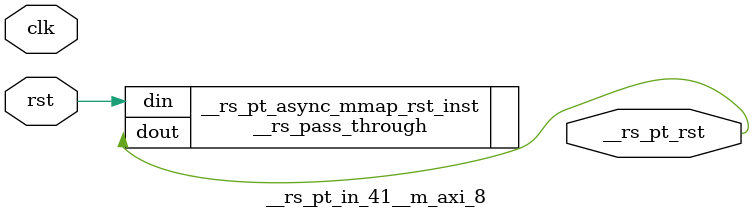
<source format=v>
`timescale 1 ns / 1 ps
/**   Generated by RapidStream   **/
module __rs_pt_in_41__m_axi_8 #(
    parameter BufferSize         = 32,
    parameter BufferSizeLog      = 5,
    parameter AddrWidth          = 64,
    parameter AxiSideAddrWidth   = 64,
    parameter DataWidth          = 512,
    parameter DataWidthBytesLog  = 6,
    parameter WaitTimeWidth      = 4,
    parameter BurstLenWidth      = 8,
    parameter EnableReadChannel  = 1,
    parameter EnableWriteChannel = 1,
    parameter MaxWaitTime        = 3,
    parameter MaxBurstLen        = 15
) (
    output wire __rs_pt_rst,
    input wire  clk,
    input wire  rst
);




__rs_pass_through #(
    .WIDTH (1)
) __rs_pt_async_mmap_rst_inst /**   Generated by RapidStream   **/ (
    .din  (rst),
    .dout (__rs_pt_rst)
);

endmodule  // __rs_pt_in_41__m_axi_8
</source>
